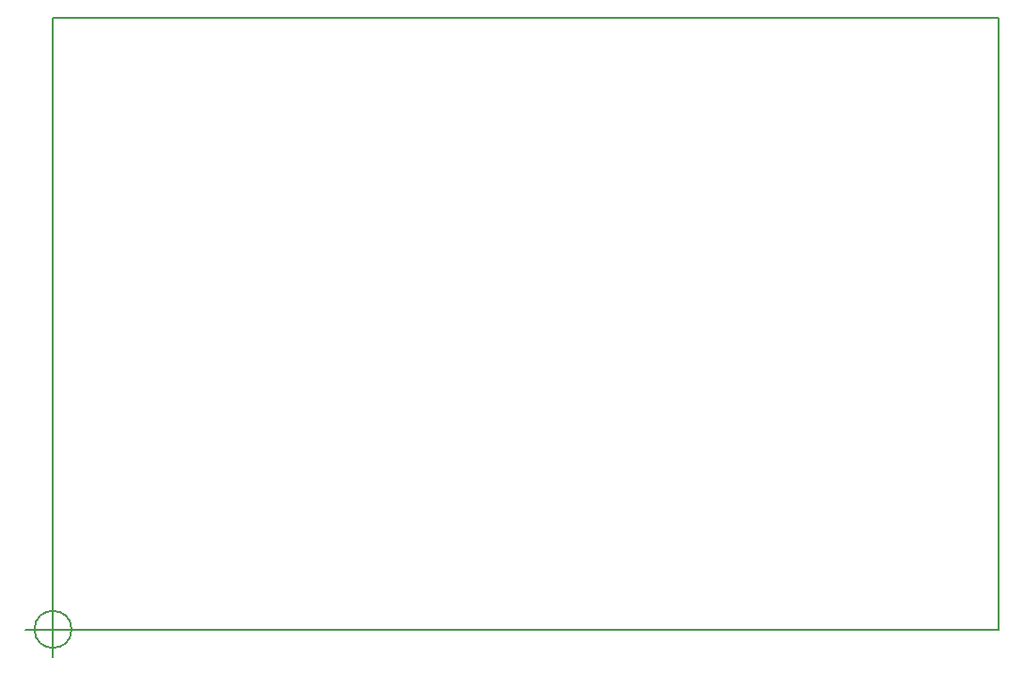
<source format=gbr>
G04 #@! TF.GenerationSoftware,KiCad,Pcbnew,(5.1.10)-1*
G04 #@! TF.CreationDate,2022-03-09T10:24:06+00:00*
G04 #@! TF.ProjectId,Lcr_addon,4c63725f-6164-4646-9f6e-2e6b69636164,rev?*
G04 #@! TF.SameCoordinates,Original*
G04 #@! TF.FileFunction,Profile,NP*
%FSLAX46Y46*%
G04 Gerber Fmt 4.6, Leading zero omitted, Abs format (unit mm)*
G04 Created by KiCad (PCBNEW (5.1.10)-1) date 2022-03-09 10:24:06*
%MOMM*%
%LPD*%
G01*
G04 APERTURE LIST*
G04 #@! TA.AperFunction,Profile*
%ADD10C,0.150000*%
G04 #@! TD*
G04 #@! TA.AperFunction,Profile*
%ADD11C,0.200000*%
G04 #@! TD*
G04 APERTURE END LIST*
D10*
X38496666Y-106680000D02*
G75*
G03*
X38496666Y-106680000I-1666666J0D01*
G01*
X34330000Y-106680000D02*
X39330000Y-106680000D01*
X36830000Y-104180000D02*
X36830000Y-109180000D01*
X121920000Y-51562000D02*
X121920000Y-53594000D01*
X36830000Y-51562000D02*
X121920000Y-51562000D01*
D11*
X121920000Y-106680000D02*
X121920000Y-53594000D01*
X36830000Y-106680000D02*
X121920000Y-106680000D01*
X36830000Y-51562000D02*
X36830000Y-106680000D01*
M02*

</source>
